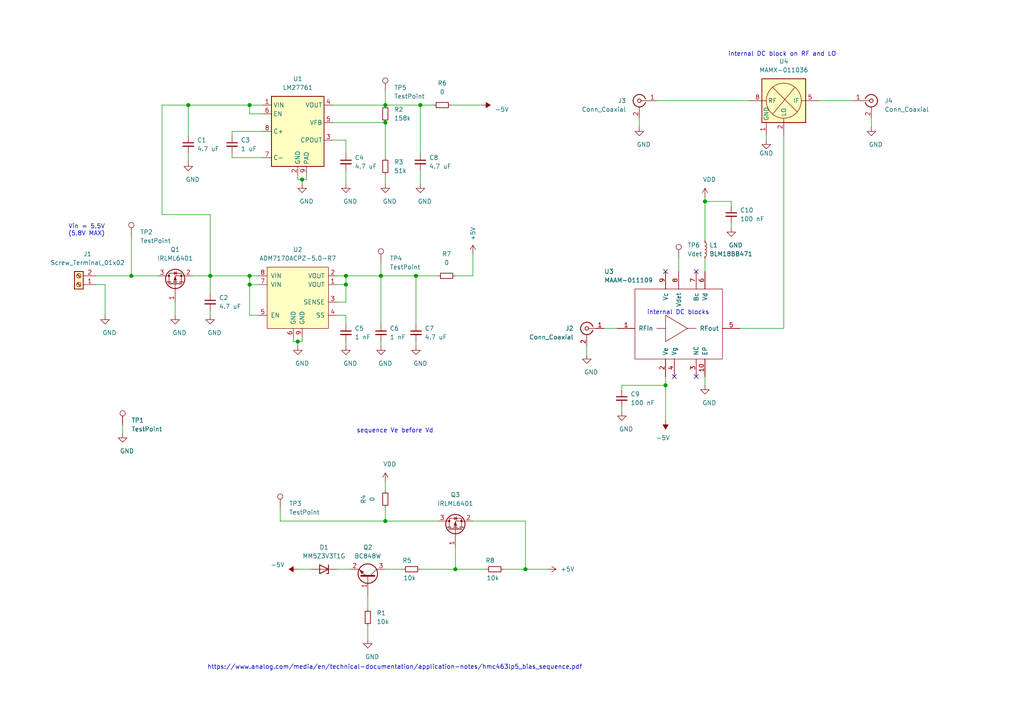
<source format=kicad_sch>
(kicad_sch (version 20201015) (generator eeschema)
  (paper "A4")
  (lib_symbols
    (symbol "Connector:Conn_Coaxial" (pin_names (offset 1.016) hide)
      (property "Reference" "J" (at 0.254 3.048 0))
      (property "Value" "Conn_Coaxial" (at 2.921 0 90))
      (symbol "Conn_Coaxial_0_1"
        (arc (start -1.778 0.508) (end 1.778 0) (radius (at -0.0508 0) (length 1.8034) (angles 163.6 0)) (stroke (width 0.254)))
        (arc (start 1.778 0) (end -1.778 -0.508) (radius (at -0.0254 0) (length 1.8034) (angles 0 -163.8)) (stroke (width 0.254)))
        (circle (center 0 0) (radius 0.508) (stroke (width 0.2032)))
        (polyline (pts (xy -2.54 0) (xy -0.508 0)))
        (polyline (pts (xy 0 -2.54) (xy 0 -1.778)))
      )
      (symbol "Conn_Coaxial_1_1"
        (pin passive line (at -5.08 0 0) (length 2.54) (name "In") (number "1"))
        (pin passive line (at 0 -5.08 90) (length 2.54) (name "Ext") (number "2"))
      )
    )
    (symbol "Connector:Screw_Terminal_01x02" (pin_names (offset 1.016) hide)
      (property "Reference" "J" (at 0 2.54 0))
      (property "Value" "Screw_Terminal_01x02" (at 0 -5.08 0))
      (symbol "Screw_Terminal_01x02_1_1"
        (circle (center 0 -2.54) (radius 0.635) (stroke (width 0.1524)))
        (circle (center 0 0) (radius 0.635) (stroke (width 0.1524)))
        (rectangle (start -1.27 1.27) (end 1.27 -3.81) (stroke (width 0.254)) (fill (type background)))
        (polyline (pts (xy -0.5334 -2.2098) (xy 0.3302 -3.048)) (stroke (width 0.1524)))
        (polyline (pts (xy -0.5334 0.3302) (xy 0.3302 -0.508)) (stroke (width 0.1524)))
        (polyline (pts (xy -0.3556 -2.032) (xy 0.508 -2.8702)) (stroke (width 0.1524)))
        (polyline (pts (xy -0.3556 0.508) (xy 0.508 -0.3302)) (stroke (width 0.1524)))
        (pin passive line (at -5.08 0 0) (length 3.81) (name "Pin_1") (number "1"))
        (pin passive line (at -5.08 -2.54 0) (length 3.81) (name "Pin_2") (number "2"))
      )
    )
    (symbol "Connector:TestPoint" (pin_numbers hide) (pin_names (offset 0.762) hide)
      (property "Reference" "TP" (at 0 6.858 0))
      (property "Value" "TestPoint" (at 0 5.08 0))
      (symbol "TestPoint_0_1"
        (circle (center 0 3.302) (radius 0.762))
      )
      (symbol "TestPoint_1_1"
        (pin passive line (at 0 0 90) (length 2.54) (name "1") (number "1"))
      )
    )
    (symbol "Device:C_Small" (pin_numbers hide) (pin_names (offset 0.254) hide)
      (property "Reference" "C" (at 0.254 1.778 0))
      (property "Value" "C_Small" (at 0.254 -2.032 0))
      (symbol "C_Small_0_1"
        (polyline (pts (xy -1.524 -0.508) (xy 1.524 -0.508)) (stroke (width 0.3302)))
        (polyline (pts (xy -1.524 0.508) (xy 1.524 0.508)) (stroke (width 0.3048)))
      )
      (symbol "C_Small_1_1"
        (pin passive line (at 0 2.54 270) (length 2.032) (name "~") (number "1"))
        (pin passive line (at 0 -2.54 90) (length 2.032) (name "~") (number "2"))
      )
    )
    (symbol "Device:L_Small" (pin_numbers hide) (pin_names (offset 0.254) hide)
      (property "Reference" "L" (at 0.762 1.016 0))
      (property "Value" "L_Small" (at 0.762 -1.016 0))
      (symbol "L_Small_0_1"
        (arc (start 0 -2.032) (end 0 -1.016) (radius (at 0 -1.524) (length 0.508) (angles -89.9 89.9)))
        (arc (start 0 -1.016) (end 0 0) (radius (at 0 -0.508) (length 0.508) (angles -89.9 89.9)))
        (arc (start 0 0) (end 0 1.016) (radius (at 0 0.508) (length 0.508) (angles -89.9 89.9)))
        (arc (start 0 1.016) (end 0 2.032) (radius (at 0 1.524) (length 0.508) (angles -89.9 89.9)))
      )
      (symbol "L_Small_1_1"
        (pin passive line (at 0 2.54 270) (length 0.508) (name "~") (number "1"))
        (pin passive line (at 0 -2.54 90) (length 0.508) (name "~") (number "2"))
      )
    )
    (symbol "Device:R_Small" (pin_numbers hide) (pin_names (offset 0.254) hide)
      (property "Reference" "R" (at 0.762 0.508 0))
      (property "Value" "R_Small" (at 0.762 -1.016 0))
      (symbol "R_Small_0_1"
        (rectangle (start -0.762 1.778) (end 0.762 -1.778) (stroke (width 0.2032)))
      )
      (symbol "R_Small_1_1"
        (pin passive line (at 0 2.54 270) (length 0.762) (name "~") (number "1"))
        (pin passive line (at 0 -2.54 90) (length 0.762) (name "~") (number "2"))
      )
    )
    (symbol "Diode:MM5Zxx" (pin_numbers hide) (pin_names (offset 1.016) hide)
      (property "Reference" "D" (at 0 2.54 0))
      (property "Value" "MM5Zxx" (at 0 -2.54 0))
      (symbol "MM5Zxx_0_1"
        (polyline (pts (xy 1.27 0) (xy -1.27 0)))
        (polyline (pts (xy -1.27 -1.27) (xy -1.27 1.27) (xy -0.762 1.27)) (stroke (width 0.254)))
        (polyline (pts (xy 1.27 -1.27) (xy 1.27 1.27) (xy -1.27 0) (xy 1.27 -1.27)) (stroke (width 0.254)))
      )
      (symbol "MM5Zxx_1_1"
        (pin passive line (at -3.81 0 0) (length 2.54) (name "K") (number "1"))
        (pin passive line (at 3.81 0 180) (length 2.54) (name "A") (number "2"))
      )
    )
    (symbol "Regulator_SwitchedCapacitor:LM27761"
      (property "Reference" "U" (at -6.35 11.43 0))
      (property "Value" "LM27761" (at 3.302 11.43 0))
      (symbol "LM27761_0_1"
        (rectangle (start -7.62 10.16) (end 7.62 -10.16) (stroke (width 0.254)) (fill (type background)))
      )
      (symbol "LM27761_1_1"
        (pin power_in line (at -10.16 7.62 0) (length 2.54) (name "VIN") (number "1"))
        (pin power_in line (at 0 -12.7 90) (length 2.54) (name "GND") (number "2"))
        (pin power_out line (at 10.16 -2.54 180) (length 2.54) (name "CPOUT") (number "3"))
        (pin power_out line (at 10.16 7.62 180) (length 2.54) (name "VOUT") (number "4"))
        (pin input line (at 10.16 2.54 180) (length 2.54) (name "VFB") (number "5"))
        (pin input line (at -10.16 5.08 0) (length 2.54) (name "EN") (number "6"))
        (pin passive line (at -10.16 -7.62 0) (length 2.54) (name "C-") (number "7"))
        (pin passive line (at -10.16 0 0) (length 2.54) (name "C+") (number "8"))
        (pin power_in line (at 2.54 -12.7 90) (length 2.54) (name "PAD") (number "9"))
      )
    )
    (symbol "Transistor_BJT:BC848W" (pin_names (offset 0) hide)
      (property "Reference" "Q" (at 5.08 1.905 0))
      (property "Value" "BC848W" (at 5.08 0 0))
      (symbol "BC848W_0_1"
        (circle (center 1.27 0) (radius 2.8194) (stroke (width 0.254)))
        (polyline (pts (xy 0.635 0.635) (xy 2.54 2.54)))
        (polyline (pts (xy 0.635 -0.635) (xy 2.54 -2.54) (xy 2.54 -2.54)))
        (polyline (pts (xy 0.635 1.905) (xy 0.635 -1.905) (xy 0.635 -1.905)) (stroke (width 0.508)))
        (polyline (pts (xy 1.27 -1.778) (xy 1.778 -1.27) (xy 2.286 -2.286) (xy 1.27 -1.778) (xy 1.27 -1.778)) (fill (type outline)))
      )
      (symbol "BC848W_1_1"
        (pin input line (at -5.08 0 0) (length 5.715) (name "B") (number "1"))
        (pin passive line (at 2.54 -5.08 90) (length 2.54) (name "E") (number "2"))
        (pin passive line (at 2.54 5.08 270) (length 2.54) (name "C") (number "3"))
      )
    )
    (symbol "Transistor_FET:IRLML6401" (pin_names hide)
      (property "Reference" "Q" (at 5.08 1.905 0))
      (property "Value" "IRLML6401" (at 5.08 0 0))
      (symbol "IRLML6401_0_1"
        (circle (center 1.651 0) (radius 2.794) (stroke (width 0.254)))
        (circle (center 2.54 -1.778) (radius 0.254) (fill (type outline)))
        (circle (center 2.54 1.778) (radius 0.254) (fill (type outline)))
        (polyline (pts (xy 0.254 0) (xy -2.54 0)))
        (polyline (pts (xy 0.254 1.905) (xy 0.254 -1.905)) (stroke (width 0.254)))
        (polyline (pts (xy 0.762 -1.27) (xy 0.762 -2.286)) (stroke (width 0.254)))
        (polyline (pts (xy 0.762 0.508) (xy 0.762 -0.508)) (stroke (width 0.254)))
        (polyline (pts (xy 0.762 2.286) (xy 0.762 1.27)) (stroke (width 0.254)))
        (polyline (pts (xy 2.54 2.54) (xy 2.54 1.778)))
        (polyline (pts (xy 2.54 -2.54) (xy 2.54 0) (xy 0.762 0)))
        (polyline (pts (xy 0.762 1.778) (xy 3.302 1.778) (xy 3.302 -1.778) (xy 0.762 -1.778)))
        (polyline (pts (xy 2.286 0) (xy 1.27 0.381) (xy 1.27 -0.381) (xy 2.286 0)) (fill (type outline)))
        (polyline (pts (xy 2.794 -0.508) (xy 2.921 -0.381) (xy 3.683 -0.381) (xy 3.81 -0.254)))
        (polyline (pts (xy 3.302 -0.381) (xy 2.921 0.254) (xy 3.683 0.254) (xy 3.302 -0.381)))
      )
      (symbol "IRLML6401_1_1"
        (pin input line (at -5.08 0 0) (length 2.54) (name "G") (number "1"))
        (pin passive line (at 2.54 -5.08 90) (length 2.54) (name "S") (number "2"))
        (pin passive line (at 2.54 5.08 270) (length 2.54) (name "D") (number "3"))
      )
    )
    (symbol "Transistor_FET:IRLML6401_1" (pin_names hide)
      (property "Reference" "Q" (at 5.08 1.905 0))
      (property "Value" "IRLML6401" (at 5.08 0 0))
      (symbol "IRLML6401_1_0_1"
        (circle (center 1.651 0) (radius 2.794) (stroke (width 0.254)))
        (circle (center 2.54 -1.778) (radius 0.254) (fill (type outline)))
        (circle (center 2.54 1.778) (radius 0.254) (fill (type outline)))
        (polyline (pts (xy 0.254 0) (xy -2.54 0)))
        (polyline (pts (xy 0.254 1.905) (xy 0.254 -1.905)) (stroke (width 0.254)))
        (polyline (pts (xy 0.762 -1.27) (xy 0.762 -2.286)) (stroke (width 0.254)))
        (polyline (pts (xy 0.762 0.508) (xy 0.762 -0.508)) (stroke (width 0.254)))
        (polyline (pts (xy 0.762 2.286) (xy 0.762 1.27)) (stroke (width 0.254)))
        (polyline (pts (xy 2.54 2.54) (xy 2.54 1.778)))
        (polyline (pts (xy 2.54 -2.54) (xy 2.54 0) (xy 0.762 0)))
        (polyline (pts (xy 0.762 1.778) (xy 3.302 1.778) (xy 3.302 -1.778) (xy 0.762 -1.778)))
        (polyline (pts (xy 2.286 0) (xy 1.27 0.381) (xy 1.27 -0.381) (xy 2.286 0)) (fill (type outline)))
        (polyline (pts (xy 2.794 -0.508) (xy 2.921 -0.381) (xy 3.683 -0.381) (xy 3.81 -0.254)))
        (polyline (pts (xy 3.302 -0.381) (xy 2.921 0.254) (xy 3.683 0.254) (xy 3.302 -0.381)))
      )
      (symbol "IRLML6401_1_1_1"
        (pin input line (at -5.08 0 0) (length 2.54) (name "G") (number "1"))
        (pin passive line (at 2.54 -5.08 90) (length 2.54) (name "S") (number "2"))
        (pin passive line (at 2.54 5.08 270) (length 2.54) (name "D") (number "3"))
      )
    )
    (symbol "jtk_rf:MAAM-011109" (pin_names (offset 1.016))
      (property "Reference" "U" (at -25.4 16.51 0))
      (property "Value" "MAAM-011109" (at -19.05 19.05 0))
      (symbol "MAAM-011109_0_1"
        (rectangle (start -10.16 11.43) (end 15.24 -8.89))
        (polyline (pts (xy -1.27 0) (xy -3.81 0)))
        (polyline (pts (xy 5.08 0) (xy 7.62 0)))
        (polyline (pts (xy 5.08 0) (xy -1.27 3.81) (xy -1.27 -3.81) (xy 5.08 0)))
      )
      (symbol "MAAM-011109_1_1"
        (pin input line (at -15.24 0 0) (length 5.08) (name "RFin") (number "1"))
        (pin power_in line (at 10.16 -13.97 90) (length 5.08) (name "EP") (number "10"))
        (pin power_in line (at -1.27 -13.97 90) (length 5.08) (name "Ve") (number "2"))
        (pin input line (at 7.62 -13.97 90) (length 5.08) (name "NC") (number "3"))
        (pin power_in line (at 1.27 -13.97 90) (length 5.08) (name "Vg") (number "4"))
        (pin output line (at 20.32 0 180) (length 5.08) (name "RFout") (number "5"))
        (pin power_in line (at 10.16 16.51 270) (length 5.08) (name "Vd") (number "6"))
        (pin input line (at 7.62 16.51 270) (length 5.08) (name "Bc") (number "7"))
        (pin output line (at 2.54 16.51 270) (length 5.08) (name "Vdet") (number "8"))
        (pin power_in line (at -1.27 16.51 270) (length 5.08) (name "Vc") (number "9"))
      )
    )
    (symbol "jtk_rf:MAMX-011036"
      (property "Reference" "U" (at -6.35 8.89 0))
      (property "Value" "MAMX-011036" (at 0 11.43 0))
      (symbol "MAMX-011036_0_1"
        (circle (center 0 0) (radius 5.08))
        (rectangle (start -6.35 6.35) (end 6.35 -6.35) (stroke (width 0.254)) (fill (type background)))
        (polyline (pts (xy -3.175 -3.81) (xy 3.175 3.81)))
        (polyline (pts (xy 3.81 -3.175) (xy -3.175 3.81)))
      )
      (symbol "MAMX-011036_1_1"
        (pin power_in line (at -5.08 -10.16 90) (length 3.81) (name "GND") (number "1"))
        (pin bidirectional line (at 0 -10.16 90) (length 5.08) (name "LO") (number "2"))
        (pin bidirectional line (at -10.16 0 0) (length 5.08) (name "RF") (number "8"))
        (pin power_in line (at -5.08 -10.16 90) (length 3.81) hide (name "GND") (number "4"))
        (pin power_in line (at -5.08 -10.16 90) (length 3.81) hide (name "GND") (number "6"))
        (pin bidirectional line (at 10.16 0 180) (length 5.08) (name "IF") (number "5"))
        (pin power_in line (at -5.08 -10.16 90) (length 3.81) hide (name "GND") (number "13"))
        (pin power_in line (at -5.08 -10.16 90) (length 3.81) hide (name "GND") (number "12"))
        (pin power_in line (at -5.08 -10.16 90) (length 3.81) hide (name "GND") (number "11"))
        (pin power_in line (at -5.08 -10.16 90) (length 3.81) hide (name "GND") (number "10"))
        (pin power_in line (at -5.08 -10.16 90) (length 3.81) hide (name "GND") (number "7"))
        (pin power_in line (at -5.08 -10.16 90) (length 3.81) hide (name "GND") (number "9"))
        (pin power_in line (at -5.08 -10.16 90) (length 3.81) hide (name "GND") (number "3"))
      )
    )
    (symbol "power:+5V" (power) (pin_names (offset 0))
      (property "Value" "+5V" (at 0 3.556 0))
      (symbol "+5V_0_1"
        (polyline (pts (xy -0.762 1.27) (xy 0 2.54)))
        (polyline (pts (xy 0 0) (xy 0 2.54)))
        (polyline (pts (xy 0 2.54) (xy 0.762 1.27)))
      )
      (symbol "+5V_1_1"
        (pin power_in line (at 0 0 90) (length 0) hide (name "+5V") (number "1"))
      )
    )
    (symbol "power:-5V" (power) (pin_names (offset 0))
      (property "Value" "-5V" (at 0 3.81 0))
      (symbol "-5V_0_0"
        (pin power_in line (at 0 0 90) (length 0) hide (name "-5V") (number "1"))
      )
      (symbol "-5V_0_1"
        (polyline (pts (xy 0 0) (xy 0 1.27) (xy 0.762 1.27) (xy 0 2.54) (xy -0.762 1.27) (xy 0 1.27)) (fill (type outline)))
      )
    )
    (symbol "power:GND" (power) (pin_names (offset 0))
      (property "Value" "GND" (at 0 -3.81 0))
      (symbol "GND_0_1"
        (polyline (pts (xy 0 0) (xy 0 -1.27) (xy 1.27 -1.27) (xy 0 -2.54) (xy -1.27 -1.27) (xy 0 -1.27)))
      )
      (symbol "GND_1_1"
        (pin power_in line (at 0 0 270) (length 0) hide (name "GND") (number "1"))
      )
    )
    (symbol "power:VDD" (power) (pin_names (offset 0))
      (property "Value" "VDD" (at 0 3.81 0))
      (symbol "VDD_0_1"
        (polyline (pts (xy -0.762 1.27) (xy 0 2.54)))
        (polyline (pts (xy 0 0) (xy 0 2.54)))
        (polyline (pts (xy 0 2.54) (xy 0.762 1.27)))
      )
      (symbol "VDD_1_1"
        (pin power_in line (at 0 0 90) (length 0) hide (name "VDD") (number "1"))
      )
    )
    (symbol "vna_mm:ADM7170" (pin_names (offset 1.016))
      (property "Reference" "U" (at -17.78 10.16 0))
      (property "Value" "ADM7170" (at -13.97 7.62 0))
      (symbol "ADM7170_0_1"
        (rectangle (start -8.89 6.35) (end 8.89 -11.43) (fill (type background)))
      )
      (symbol "ADM7170_1_1"
        (pin power_out line (at 11.43 1.27 180) (length 2.54) (name "VOUT") (number "1"))
        (pin power_out line (at 11.43 3.81 180) (length 2.54) (name "VOUT") (number "2"))
        (pin passive line (at 11.43 -3.81 180) (length 2.54) (name "SENSE") (number "3"))
        (pin passive line (at 11.43 -7.62 180) (length 2.54) (name "SS") (number "4"))
        (pin input line (at -11.43 -7.62 0) (length 2.54) (name "EN") (number "5"))
        (pin power_in line (at -1.27 -13.97 90) (length 2.54) (name "GND") (number "6"))
        (pin power_in line (at -11.43 1.27 0) (length 2.54) (name "VIN") (number "7"))
        (pin power_in line (at -11.43 3.81 0) (length 2.54) (name "VIN") (number "8"))
        (pin power_in line (at 1.27 -13.97 90) (length 2.54) (name "GND") (number "9"))
      )
    )
  )
  (junction (at 38.1 80.01) (diameter 1.016))
  (junction (at 54.61 30.48) (diameter 1.016))
  (junction (at 60.96 80.01) (diameter 1.016))
  (junction (at 72.39 30.48) (diameter 1.016))
  (junction (at 72.39 80.01) (diameter 1.016))
  (junction (at 72.39 82.55) (diameter 1.016))
  (junction (at 86.36 99.06) (diameter 1.016))
  (junction (at 87.63 52.07) (diameter 1.016))
  (junction (at 100.33 80.01) (diameter 1.016))
  (junction (at 100.33 82.55) (diameter 1.016))
  (junction (at 110.49 80.01) (diameter 1.016))
  (junction (at 111.76 30.48) (diameter 1.016))
  (junction (at 111.76 35.56) (diameter 1.016))
  (junction (at 111.76 151.13) (diameter 1.016))
  (junction (at 120.65 80.01) (diameter 1.016))
  (junction (at 121.92 30.48) (diameter 1.016))
  (junction (at 132.08 165.1) (diameter 1.016))
  (junction (at 152.4 165.1) (diameter 1.016))
  (junction (at 193.04 111.76) (diameter 1.016))
  (junction (at 204.47 58.42) (diameter 1.016))
  (no_connect (at 193.04 78.74))
  (no_connect (at 195.58 109.22))
  (no_connect (at 201.93 109.22))
  (no_connect (at 201.93 78.74))
  (wire (pts (xy 27.94 80.01) (xy 38.1 80.01)))
  (wire (pts (xy 30.48 82.55) (xy 27.94 82.55)))
  (wire (pts (xy 30.48 91.44) (xy 30.48 82.55)))
  (wire (pts (xy 35.56 123.19) (xy 35.56 125.73)))
  (wire (pts (xy 38.1 68.58) (xy 38.1 80.01)))
  (wire (pts (xy 38.1 80.01) (xy 45.72 80.01)))
  (wire (pts (xy 46.99 30.48) (xy 46.99 62.23)))
  (wire (pts (xy 46.99 62.23) (xy 60.96 62.23)))
  (wire (pts (xy 50.8 87.63) (xy 50.8 91.44)))
  (wire (pts (xy 54.61 30.48) (xy 46.99 30.48)))
  (wire (pts (xy 54.61 30.48) (xy 72.39 30.48)))
  (wire (pts (xy 54.61 39.37) (xy 54.61 30.48)))
  (wire (pts (xy 54.61 44.45) (xy 54.61 46.99)))
  (wire (pts (xy 55.88 80.01) (xy 60.96 80.01)))
  (wire (pts (xy 60.96 62.23) (xy 60.96 80.01)))
  (wire (pts (xy 60.96 80.01) (xy 60.96 85.09)))
  (wire (pts (xy 60.96 90.17) (xy 60.96 91.44)))
  (wire (pts (xy 67.31 38.1) (xy 76.2 38.1)))
  (wire (pts (xy 67.31 39.37) (xy 67.31 38.1)))
  (wire (pts (xy 67.31 45.72) (xy 67.31 44.45)))
  (wire (pts (xy 72.39 30.48) (xy 76.2 30.48)))
  (wire (pts (xy 72.39 33.02) (xy 72.39 30.48)))
  (wire (pts (xy 72.39 80.01) (xy 60.96 80.01)))
  (wire (pts (xy 72.39 82.55) (xy 72.39 80.01)))
  (wire (pts (xy 72.39 91.44) (xy 72.39 82.55)))
  (wire (pts (xy 74.93 80.01) (xy 72.39 80.01)))
  (wire (pts (xy 74.93 82.55) (xy 72.39 82.55)))
  (wire (pts (xy 74.93 91.44) (xy 72.39 91.44)))
  (wire (pts (xy 76.2 33.02) (xy 72.39 33.02)))
  (wire (pts (xy 76.2 45.72) (xy 67.31 45.72)))
  (wire (pts (xy 81.28 147.32) (xy 81.28 151.13)))
  (wire (pts (xy 81.28 151.13) (xy 111.76 151.13)))
  (wire (pts (xy 85.09 97.79) (xy 85.09 99.06)))
  (wire (pts (xy 85.09 99.06) (xy 86.36 99.06)))
  (wire (pts (xy 86.36 50.8) (xy 86.36 52.07)))
  (wire (pts (xy 86.36 52.07) (xy 87.63 52.07)))
  (wire (pts (xy 86.36 99.06) (xy 86.36 100.33)))
  (wire (pts (xy 86.36 99.06) (xy 87.63 99.06)))
  (wire (pts (xy 86.36 165.1) (xy 90.17 165.1)))
  (wire (pts (xy 87.63 52.07) (xy 87.63 53.34)))
  (wire (pts (xy 87.63 52.07) (xy 88.9 52.07)))
  (wire (pts (xy 87.63 99.06) (xy 87.63 97.79)))
  (wire (pts (xy 88.9 52.07) (xy 88.9 50.8)))
  (wire (pts (xy 96.52 30.48) (xy 111.76 30.48)))
  (wire (pts (xy 96.52 35.56) (xy 111.76 35.56)))
  (wire (pts (xy 96.52 40.64) (xy 100.33 40.64)))
  (wire (pts (xy 97.79 82.55) (xy 100.33 82.55)))
  (wire (pts (xy 97.79 87.63) (xy 100.33 87.63)))
  (wire (pts (xy 97.79 91.44) (xy 100.33 91.44)))
  (wire (pts (xy 97.79 165.1) (xy 101.6 165.1)))
  (wire (pts (xy 100.33 40.64) (xy 100.33 44.45)))
  (wire (pts (xy 100.33 49.53) (xy 100.33 53.34)))
  (wire (pts (xy 100.33 80.01) (xy 97.79 80.01)))
  (wire (pts (xy 100.33 80.01) (xy 110.49 80.01)))
  (wire (pts (xy 100.33 82.55) (xy 100.33 80.01)))
  (wire (pts (xy 100.33 87.63) (xy 100.33 82.55)))
  (wire (pts (xy 100.33 91.44) (xy 100.33 93.98)))
  (wire (pts (xy 100.33 99.06) (xy 100.33 100.33)))
  (wire (pts (xy 106.68 172.72) (xy 106.68 176.53)))
  (wire (pts (xy 106.68 181.61) (xy 106.68 185.42)))
  (wire (pts (xy 110.49 76.2) (xy 110.49 80.01)))
  (wire (pts (xy 110.49 80.01) (xy 110.49 93.98)))
  (wire (pts (xy 110.49 80.01) (xy 120.65 80.01)))
  (wire (pts (xy 110.49 99.06) (xy 110.49 100.33)))
  (wire (pts (xy 111.76 26.67) (xy 111.76 30.48)))
  (wire (pts (xy 111.76 30.48) (xy 121.92 30.48)))
  (wire (pts (xy 111.76 35.56) (xy 111.76 45.72)))
  (wire (pts (xy 111.76 50.8) (xy 111.76 53.34)))
  (wire (pts (xy 111.76 139.7) (xy 111.76 142.24)))
  (wire (pts (xy 111.76 147.32) (xy 111.76 151.13)))
  (wire (pts (xy 111.76 151.13) (xy 127 151.13)))
  (wire (pts (xy 111.76 165.1) (xy 116.84 165.1)))
  (wire (pts (xy 120.65 80.01) (xy 120.65 93.98)))
  (wire (pts (xy 120.65 80.01) (xy 127 80.01)))
  (wire (pts (xy 120.65 99.06) (xy 120.65 100.33)))
  (wire (pts (xy 121.92 30.48) (xy 125.73 30.48)))
  (wire (pts (xy 121.92 44.45) (xy 121.92 30.48)))
  (wire (pts (xy 121.92 49.53) (xy 121.92 53.34)))
  (wire (pts (xy 121.92 165.1) (xy 132.08 165.1)))
  (wire (pts (xy 130.81 30.48) (xy 139.7 30.48)))
  (wire (pts (xy 132.08 165.1) (xy 132.08 158.75)))
  (wire (pts (xy 132.08 165.1) (xy 140.97 165.1)))
  (wire (pts (xy 137.16 73.66) (xy 137.16 80.01)))
  (wire (pts (xy 137.16 80.01) (xy 132.08 80.01)))
  (wire (pts (xy 137.16 151.13) (xy 152.4 151.13)))
  (wire (pts (xy 146.05 165.1) (xy 152.4 165.1)))
  (wire (pts (xy 152.4 151.13) (xy 152.4 165.1)))
  (wire (pts (xy 152.4 165.1) (xy 158.75 165.1)))
  (wire (pts (xy 170.18 100.33) (xy 170.18 102.87)))
  (wire (pts (xy 175.26 95.25) (xy 179.07 95.25)))
  (wire (pts (xy 180.34 111.76) (xy 193.04 111.76)))
  (wire (pts (xy 180.34 113.03) (xy 180.34 111.76)))
  (wire (pts (xy 180.34 118.11) (xy 180.34 119.38)))
  (wire (pts (xy 185.42 34.29) (xy 185.42 36.83)))
  (wire (pts (xy 190.5 29.21) (xy 217.17 29.21)))
  (wire (pts (xy 193.04 109.22) (xy 193.04 111.76)))
  (wire (pts (xy 193.04 111.76) (xy 193.04 121.92)))
  (wire (pts (xy 196.85 74.93) (xy 196.85 78.74)))
  (wire (pts (xy 204.47 57.15) (xy 204.47 58.42)))
  (wire (pts (xy 204.47 58.42) (xy 204.47 69.85)))
  (wire (pts (xy 204.47 58.42) (xy 212.09 58.42)))
  (wire (pts (xy 204.47 74.93) (xy 204.47 78.74)))
  (wire (pts (xy 204.47 109.22) (xy 204.47 111.76)))
  (wire (pts (xy 212.09 58.42) (xy 212.09 59.69)))
  (wire (pts (xy 212.09 64.77) (xy 212.09 66.04)))
  (wire (pts (xy 214.63 95.25) (xy 227.33 95.25)))
  (wire (pts (xy 222.25 39.37) (xy 222.25 40.64)))
  (wire (pts (xy 227.33 39.37) (xy 227.33 95.25)))
  (wire (pts (xy 237.49 29.21) (xy 247.65 29.21)))
  (wire (pts (xy 252.73 34.29) (xy 252.73 36.83)))
  (text "Vin = 5.5V\n(5.8V MAX)" (at 30.48 68.58 180) (effects (font (size 1.27 1.27)) (justify right bottom)))
  (text "sequence Ve before Vd" (at 125.73 125.73 180) (effects (font (size 1.27 1.27)) (justify right bottom)))
  (text "https://www.analog.com/media/en/technical-documentation/application-notes/hmc463lp5_bias_sequence.pdf" (at 168.91 194.31 0) (effects (font (size 1.27 1.27)) (justify right bottom)))
  (text "internal DC blocks" (at 205.74 91.44 180) (effects (font (size 1.27 1.27)) (justify right bottom)))
  (text "internal DC block on RF and LO" (at 242.57 16.51 180) (effects (font (size 1.27 1.27)) (justify right bottom)))
  (symbol (lib_id "Device:L_Small") (at 204.47 72.39 0) (unit 1)
    (property "Reference" "L1" (at 205.74 71.12 0) (effects (justify left)))
    (property "Value" "BLM18BB471" (at 205.74 73.66 0) (effects (justify left)))
    (property "Footprint" "Inductor_SMD:L_0402_1005Metric" (effects hide))
  )
  (symbol (lib_id "Connector:TestPoint") (at 35.56 123.19 0) (unit 1)
    (property "Reference" "TP1" (at 38.1 121.92 0) (effects (justify left)))
    (property "Value" "TestPoint" (at 38.1 124.46 0) (effects (justify left)))
    (property "Footprint" "TestPoint:TestPoint_Keystone_5015_Micro-Minature" (effects hide))
  )
  (symbol (lib_id "Connector:TestPoint") (at 38.1 68.58 0) (unit 1)
    (property "Reference" "TP2" (at 40.64 67.31 0) (effects (justify left)))
    (property "Value" "TestPoint" (at 40.64 69.85 0) (effects (justify left)))
    (property "Footprint" "TestPoint:TestPoint_Keystone_5015_Micro-Minature" (effects hide))
  )
  (symbol (lib_id "Connector:TestPoint") (at 81.28 147.32 0) (unit 1)
    (property "Reference" "TP3" (at 83.82 146.05 0) (effects (justify left)))
    (property "Value" "TestPoint" (at 83.82 148.59 0) (effects (justify left)))
    (property "Footprint" "TestPoint:TestPoint_Keystone_5015_Micro-Minature" (effects hide))
  )
  (symbol (lib_id "Connector:TestPoint") (at 110.49 76.2 0) (unit 1)
    (property "Reference" "TP4" (at 113.03 74.93 0) (effects (justify left)))
    (property "Value" "TestPoint" (at 113.03 77.47 0) (effects (justify left)))
    (property "Footprint" "TestPoint:TestPoint_Keystone_5015_Micro-Minature" (effects hide))
  )
  (symbol (lib_id "Connector:TestPoint") (at 111.76 26.67 0) (unit 1)
    (property "Reference" "TP5" (at 114.3 25.4 0) (effects (justify left)))
    (property "Value" "TestPoint" (at 114.3 27.94 0) (effects (justify left)))
    (property "Footprint" "TestPoint:TestPoint_Keystone_5015_Micro-Minature" (effects hide))
  )
  (symbol (lib_id "Connector:TestPoint") (at 196.85 74.93 0) (unit 1)
    (property "Reference" "TP6" (at 199.39 71.12 0) (effects (justify left)))
    (property "Value" "Vdet" (at 199.39 73.66 0) (effects (justify left)))
    (property "Footprint" "TestPoint:TestPoint_Keystone_5015_Micro-Minature" (effects hide))
  )
  (symbol (lib_id "power:-5V") (at 86.36 165.1 90) (unit 1)
    (property "Reference" "#PWR0123" (effects hide))
    (property "Value" "-5V" (at 82.55 163.83 90) (effects (justify left)))
  )
  (symbol (lib_id "power:VDD") (at 111.76 139.7 0) (unit 1)
    (property "Reference" "#PWR0121" (effects hide))
    (property "Value" "VDD" (at 113.03 134.62 0))
  )
  (symbol (lib_id "power:+5V") (at 137.16 73.66 0) (unit 1)
    (property "Reference" "#PWR0112" (effects hide))
    (property "Value" "+5V" (at 137.16 69.85 90) (effects (justify left)))
  )
  (symbol (lib_id "power:-5V") (at 139.7 30.48 270) (unit 1)
    (property "Reference" "#PWR0115" (effects hide))
    (property "Value" "-5V" (at 143.51 31.75 90) (effects (justify left)))
  )
  (symbol (lib_id "power:+5V") (at 158.75 165.1 270) (unit 1)
    (property "Reference" "#PWR0120" (effects hide))
    (property "Value" "+5V" (at 162.56 165.1 90) (effects (justify left)))
  )
  (symbol (lib_id "power:-5V") (at 193.04 121.92 180) (unit 1)
    (property "Reference" "#PWR0126" (effects hide))
    (property "Value" "-5V" (at 194.31 127 0) (effects (justify left)))
  )
  (symbol (lib_id "power:VDD") (at 204.47 57.15 0) (unit 1)
    (property "Reference" "#PWR0119" (effects hide))
    (property "Value" "VDD" (at 205.74 52.07 0))
  )
  (symbol (lib_id "power:GND") (at 30.48 91.44 0) (unit 1)
    (property "Reference" "#PWR0102" (effects hide))
    (property "Value" "GND" (at 31.75 96.52 0))
  )
  (symbol (lib_id "power:GND") (at 35.56 125.73 0) (unit 1)
    (property "Reference" "#PWR0103" (effects hide))
    (property "Value" "GND" (at 36.83 130.81 0))
  )
  (symbol (lib_id "power:GND") (at 50.8 91.44 0) (unit 1)
    (property "Reference" "#PWR0101" (effects hide))
    (property "Value" "GND" (at 52.07 96.52 0))
  )
  (symbol (lib_id "power:GND") (at 54.61 46.99 0) (unit 1)
    (property "Reference" "#PWR0105" (effects hide))
    (property "Value" "GND" (at 55.88 52.07 0))
  )
  (symbol (lib_id "power:GND") (at 60.96 91.44 0) (unit 1)
    (property "Reference" "#PWR0104" (effects hide))
    (property "Value" "GND" (at 62.23 96.52 0))
  )
  (symbol (lib_id "power:GND") (at 86.36 100.33 0) (unit 1)
    (property "Reference" "#PWR0107" (effects hide))
    (property "Value" "GND" (at 87.63 105.41 0))
  )
  (symbol (lib_id "power:GND") (at 87.63 53.34 0) (unit 1)
    (property "Reference" "#PWR0108" (effects hide))
    (property "Value" "GND" (at 88.9 58.42 0))
  )
  (symbol (lib_id "power:GND") (at 100.33 53.34 0) (unit 1)
    (property "Reference" "#PWR0109" (effects hide))
    (property "Value" "GND" (at 101.6 58.42 0))
  )
  (symbol (lib_id "power:GND") (at 100.33 100.33 0) (unit 1)
    (property "Reference" "#PWR0106" (effects hide))
    (property "Value" "GND" (at 101.6 105.41 0))
  )
  (symbol (lib_id "power:GND") (at 106.68 185.42 0) (unit 1)
    (property "Reference" "#PWR0122" (effects hide))
    (property "Value" "GND" (at 107.95 190.5 0))
  )
  (symbol (lib_id "power:GND") (at 110.49 100.33 0) (unit 1)
    (property "Reference" "#PWR0113" (effects hide))
    (property "Value" "GND" (at 111.76 105.41 0))
  )
  (symbol (lib_id "power:GND") (at 111.76 53.34 0) (unit 1)
    (property "Reference" "#PWR0110" (effects hide))
    (property "Value" "GND" (at 113.03 58.42 0))
  )
  (symbol (lib_id "power:GND") (at 120.65 100.33 0) (unit 1)
    (property "Reference" "#PWR0114" (effects hide))
    (property "Value" "GND" (at 121.92 105.41 0))
  )
  (symbol (lib_id "power:GND") (at 121.92 53.34 0) (unit 1)
    (property "Reference" "#PWR0111" (effects hide))
    (property "Value" "GND" (at 123.19 58.42 0))
  )
  (symbol (lib_id "power:GND") (at 170.18 102.87 0) (unit 1)
    (property "Reference" "#PWR0117" (effects hide))
    (property "Value" "GND" (at 171.45 107.95 0))
  )
  (symbol (lib_id "power:GND") (at 180.34 119.38 0) (unit 1)
    (property "Reference" "#PWR0127" (effects hide))
    (property "Value" "GND" (at 181.61 124.46 0))
  )
  (symbol (lib_id "power:GND") (at 185.42 36.83 0) (unit 1)
    (property "Reference" "#PWR0116" (effects hide))
    (property "Value" "GND" (at 186.69 41.91 0))
  )
  (symbol (lib_id "power:GND") (at 204.47 111.76 0) (unit 1)
    (property "Reference" "#PWR0128" (effects hide))
    (property "Value" "GND" (at 205.74 116.84 0))
  )
  (symbol (lib_id "power:GND") (at 212.09 66.04 0) (unit 1)
    (property "Reference" "#PWR0118" (effects hide))
    (property "Value" "GND" (at 213.36 71.12 0))
  )
  (symbol (lib_id "power:GND") (at 222.25 40.64 0) (unit 1)
    (property "Reference" "#PWR0124" (effects hide))
    (property "Value" "GND" (at 222.25 44.45 0))
  )
  (symbol (lib_id "power:GND") (at 252.73 36.83 0) (unit 1)
    (property "Reference" "#PWR0125" (effects hide))
    (property "Value" "GND" (at 254 41.91 0))
  )
  (symbol (lib_id "Device:R_Small") (at 106.68 179.07 0) (unit 1)
    (property "Reference" "R1" (at 109.22 177.8 0) (effects (justify left)))
    (property "Value" "10k" (at 109.22 180.34 0) (effects (justify left)))
    (property "Footprint" "Resistor_SMD:R_0402_1005Metric" (effects hide))
  )
  (symbol (lib_id "Device:R_Small") (at 111.76 33.02 0) (unit 1)
    (property "Reference" "R2" (at 114.3 31.75 0) (effects (justify left)))
    (property "Value" "158k" (at 114.3 34.29 0) (effects (justify left)))
    (property "Footprint" "Resistor_SMD:R_0402_1005Metric" (effects hide))
  )
  (symbol (lib_id "Device:R_Small") (at 111.76 48.26 0) (unit 1)
    (property "Reference" "R3" (at 114.3 46.99 0) (effects (justify left)))
    (property "Value" "51k" (at 114.3 49.53 0) (effects (justify left)))
    (property "Footprint" "Resistor_SMD:R_0402_1005Metric" (effects hide))
  )
  (symbol (lib_id "Device:R_Small") (at 111.76 144.78 180) (unit 1)
    (property "Reference" "R4" (at 105.41 144.78 90))
    (property "Value" "0" (at 107.95 144.78 90))
    (property "Footprint" "Resistor_SMD:R_0402_1005Metric" (effects hide))
  )
  (symbol (lib_id "Device:R_Small") (at 119.38 165.1 90) (unit 1)
    (property "Reference" "R5" (at 119.38 162.56 90) (effects (justify left)))
    (property "Value" "10k" (at 120.65 167.64 90) (effects (justify left)))
    (property "Footprint" "Resistor_SMD:R_0402_1005Metric" (effects hide))
  )
  (symbol (lib_id "Device:R_Small") (at 128.27 30.48 90) (unit 1)
    (property "Reference" "R6" (at 128.27 24.13 90))
    (property "Value" "0" (at 128.27 26.67 90))
    (property "Footprint" "Resistor_SMD:R_0402_1005Metric" (effects hide))
  )
  (symbol (lib_id "Device:R_Small") (at 129.54 80.01 90) (unit 1)
    (property "Reference" "R7" (at 129.54 73.66 90))
    (property "Value" "0" (at 129.54 76.2 90))
    (property "Footprint" "Resistor_SMD:R_0402_1005Metric" (effects hide))
  )
  (symbol (lib_id "Device:R_Small") (at 143.51 165.1 90) (unit 1)
    (property "Reference" "R8" (at 143.51 162.56 90) (effects (justify left)))
    (property "Value" "10k" (at 144.78 167.64 90) (effects (justify left)))
    (property "Footprint" "Resistor_SMD:R_0402_1005Metric" (effects hide))
  )
  (symbol (lib_id "Device:C_Small") (at 54.61 41.91 0) (unit 1)
    (property "Reference" "C1" (at 57.15 40.64 0) (effects (justify left)))
    (property "Value" "4.7 uF" (at 57.15 43.18 0) (effects (justify left)))
    (property "Footprint" "Capacitor_SMD:C_0603_1608Metric" (effects hide))
  )
  (symbol (lib_id "Device:C_Small") (at 60.96 87.63 0) (unit 1)
    (property "Reference" "C2" (at 63.5 86.36 0) (effects (justify left)))
    (property "Value" "4.7 uF" (at 63.5 88.9 0) (effects (justify left)))
    (property "Footprint" "Capacitor_SMD:C_0603_1608Metric" (effects hide))
  )
  (symbol (lib_id "Device:C_Small") (at 67.31 41.91 0) (unit 1)
    (property "Reference" "C3" (at 69.85 40.64 0) (effects (justify left)))
    (property "Value" "1 uF" (at 69.85 43.18 0) (effects (justify left)))
    (property "Footprint" "Capacitor_SMD:C_0402_1005Metric" (effects hide))
  )
  (symbol (lib_id "Device:C_Small") (at 100.33 46.99 0) (unit 1)
    (property "Reference" "C4" (at 102.87 45.72 0) (effects (justify left)))
    (property "Value" "4.7 uF" (at 102.87 48.26 0) (effects (justify left)))
    (property "Footprint" "Capacitor_SMD:C_0603_1608Metric" (effects hide))
  )
  (symbol (lib_id "Device:C_Small") (at 100.33 96.52 0) (unit 1)
    (property "Reference" "C5" (at 102.87 95.25 0) (effects (justify left)))
    (property "Value" "1 nF" (at 102.87 97.79 0) (effects (justify left)))
    (property "Footprint" "Capacitor_SMD:C_0402_1005Metric" (effects hide))
  )
  (symbol (lib_id "Device:C_Small") (at 110.49 96.52 0) (unit 1)
    (property "Reference" "C6" (at 113.03 95.25 0) (effects (justify left)))
    (property "Value" "1 nF" (at 113.03 97.79 0) (effects (justify left)))
    (property "Footprint" "Capacitor_SMD:C_0402_1005Metric" (effects hide))
  )
  (symbol (lib_id "Device:C_Small") (at 120.65 96.52 0) (unit 1)
    (property "Reference" "C7" (at 123.19 95.25 0) (effects (justify left)))
    (property "Value" "4.7 uF" (at 123.19 97.79 0) (effects (justify left)))
    (property "Footprint" "Capacitor_SMD:C_0603_1608Metric" (effects hide))
  )
  (symbol (lib_id "Device:C_Small") (at 121.92 46.99 0) (unit 1)
    (property "Reference" "C8" (at 124.46 45.72 0) (effects (justify left)))
    (property "Value" "4.7 uF" (at 124.46 48.26 0) (effects (justify left)))
    (property "Footprint" "Capacitor_SMD:C_0603_1608Metric" (effects hide))
  )
  (symbol (lib_id "Device:C_Small") (at 180.34 115.57 0) (unit 1)
    (property "Reference" "C9" (at 182.88 114.3 0) (effects (justify left)))
    (property "Value" "100 nF" (at 182.88 116.84 0) (effects (justify left)))
    (property "Footprint" "Capacitor_SMD:C_0402_1005Metric" (effects hide))
  )
  (symbol (lib_id "Device:C_Small") (at 212.09 62.23 0) (unit 1)
    (property "Reference" "C10" (at 214.63 60.96 0) (effects (justify left)))
    (property "Value" "100 nF" (at 214.63 63.5 0) (effects (justify left)))
    (property "Footprint" "Capacitor_SMD:C_0402_1005Metric" (effects hide))
  )
  (symbol (lib_id "Diode:MM5Zxx") (at 93.98 165.1 180) (unit 1)
    (property "Reference" "D1" (at 93.98 158.75 0))
    (property "Value" "MM5Z3V3T1G" (at 93.98 161.29 0))
    (property "Footprint" "Diode_SMD:D_SOD-523" (effects hide))
    (property "Datasheet" "https://diotec.com/tl_files/diotec/files/pdf/datasheets/mm5z2v4.pdf" (effects hide))
  )
  (symbol (lib_id "Connector:Screw_Terminal_01x02") (at 22.86 82.55 180) (unit 1)
    (property "Reference" "J1" (at 25.4 73.66 0))
    (property "Value" "Screw_Terminal_01x02" (at 25.4 76.2 0))
    (property "Footprint" "TerminalBlock_Phoenix:TerminalBlock_Phoenix_MPT-0,5-2-2.54_1x02_P2.54mm_Horizontal" (effects hide))
  )
  (symbol (lib_id "Connector:Conn_Coaxial") (at 170.18 95.25 0) (mirror y) (unit 1)
    (property "Reference" "J2" (at 166.37 95.25 0) (effects (justify left)))
    (property "Value" "Conn_Coaxial" (at 166.37 97.79 0) (effects (justify left)))
    (property "Footprint" "jtk_rf_footprints:sw_edge_oshpark_4layer" (effects hide))
    (property "Datasheet" " ~" (effects hide))
  )
  (symbol (lib_id "Connector:Conn_Coaxial") (at 185.42 29.21 0) (mirror y) (unit 1)
    (property "Reference" "J3" (at 181.61 29.21 0) (effects (justify left)))
    (property "Value" "Conn_Coaxial" (at 181.61 31.75 0) (effects (justify left)))
    (property "Footprint" "jtk_rf_footprints:sw_edge_oshpark_4layer" (effects hide))
    (property "Datasheet" " ~" (effects hide))
  )
  (symbol (lib_id "Connector:Conn_Coaxial") (at 252.73 29.21 0) (unit 1)
    (property "Reference" "J4" (at 256.54 29.21 0) (effects (justify left)))
    (property "Value" "Conn_Coaxial" (at 256.54 31.75 0) (effects (justify left)))
    (property "Footprint" "jtk_rf_footprints:sw_edge_oshpark_4layer" (effects hide))
    (property "Datasheet" " ~" (effects hide))
  )
  (symbol (lib_id "Transistor_BJT:BC848W") (at 106.68 167.64 270) (mirror x) (unit 1)
    (property "Reference" "Q2" (at 106.68 158.75 90))
    (property "Value" "BC848W" (at 106.68 161.29 90))
    (property "Footprint" "Package_TO_SOT_SMD:SOT-323_SC-70" (effects hide))
    (property "Datasheet" "http://www.infineon.com/dgdl/Infineon-BC847SERIES_BC848SERIES_BC849SERIES_BC850SERIES-DS-v01_01-en.pdf?fileId=db3a304314dca389011541d4630a1657" (effects hide))
  )
  (symbol (lib_name "Transistor_FET:IRLML6401_1") (lib_id "Transistor_FET:IRLML6401") (at 50.8 82.55 90) (unit 1)
    (property "Reference" "Q1" (at 50.8 72.39 90))
    (property "Value" "IRLML6401" (at 50.8 74.93 90))
    (property "Footprint" "Package_TO_SOT_SMD:SOT-23" (effects hide))
    (property "Datasheet" "https://www.infineon.com/dgdl/irlml6401pbf.pdf?fileId=5546d462533600a401535668b96d2634" (effects hide))
  )
  (symbol (lib_id "Transistor_FET:IRLML6401") (at 132.08 153.67 90) (unit 1)
    (property "Reference" "Q3" (at 132.08 143.51 90))
    (property "Value" "IRLML6401" (at 132.08 146.05 90))
    (property "Footprint" "Package_TO_SOT_SMD:SOT-23" (effects hide))
    (property "Datasheet" "https://www.infineon.com/dgdl/irlml6401pbf.pdf?fileId=5546d462533600a401535668b96d2634" (effects hide))
  )
  (symbol (lib_id "jtk_rf:MAMX-011036") (at 227.33 29.21 0) (unit 1)
    (property "Reference" "U4" (at 227.33 17.78 0))
    (property "Value" "MAMX-011036" (at 227.33 20.32 0))
    (property "Footprint" "jtk_rf_footprints:AQFN-12-1EP_3x3mm_P0.5mm_EP1.5x1.5mm-MAMX" (effects hide))
    (property "Datasheet" "https://cdn.macom.com/datasheets/MAMX-011036.pdf" (effects hide))
    (property "mfg" "Macom" (effects hide))
    (property "mpn" "MAMX-011036-TR0100" (effects hide))
    (property "digikey#" "1465-1851-1-ND" (effects hide))
  )
  (symbol (lib_id "vna_mm:ADM7170") (at 86.36 83.82 0) (unit 1)
    (property "Reference" "U2" (at 86.36 72.39 0))
    (property "Value" "ADM7170ACPZ-5.0-R7" (at 86.36 74.93 0))
    (property "Footprint" "Package_DFN_QFN:DFN-8-1EP_3x3mm_P0.5mm_EP1.66x2.38mm" (effects hide))
    (property "Datasheet" "https://www.analog.com/media/en/technical-documentation/data-sheets/ADM7170.pdf" (effects hide))
  )
  (symbol (lib_id "Regulator_SwitchedCapacitor:LM27761") (at 86.36 38.1 0) (unit 1)
    (property "Reference" "U1" (at 86.36 22.86 0))
    (property "Value" "LM27761" (at 86.36 25.4 0))
    (property "Footprint" "Package_SON:WSON-8-1EP_2x2mm_P0.5mm_EP0.9x1.6mm" (effects hide))
    (property "Datasheet" "http://www.ti.com/lit/ds/symlink/lm27761.pdf" (effects hide))
  )
  (symbol (lib_id "jtk_rf:MAAM-011109") (at 194.31 95.25 0) (unit 1)
    (property "Reference" "U3" (at 175.26 78.74 0) (effects (justify left)))
    (property "Value" "MAAM-011109" (at 175.26 81.28 0) (effects (justify left)))
    (property "Footprint" "jtk_rf_footprints:MACOM_LGA9" (effects hide))
    (property "Datasheet" "https://cdn.macom.com/datasheets/MAAM-011109.pdf" (effects hide))
    (property "mfg" "Macom" (effects hide))
    (property "mpn" "MAAM-011109-TR1000" (effects hide))
    (property "digikey#" "1465-1284-1-ND" (effects hide))
  )
)
</source>
